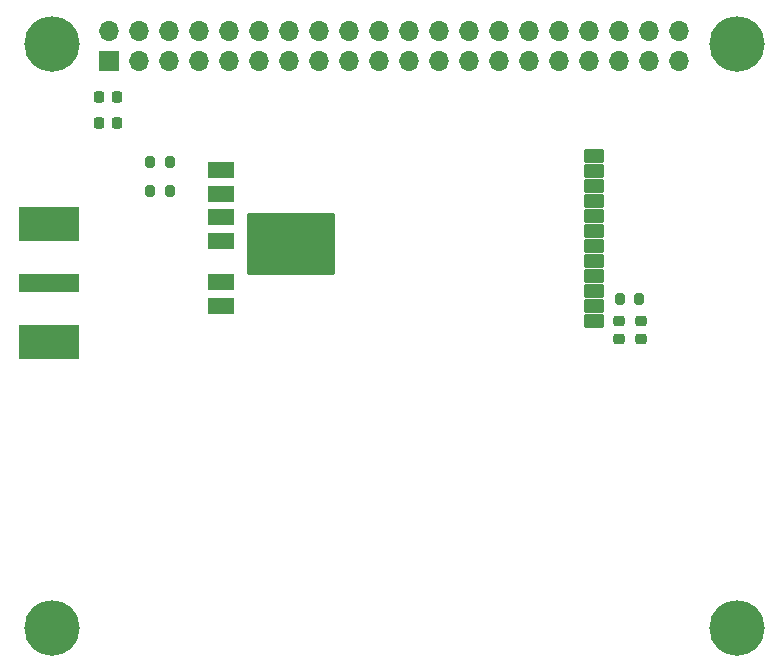
<source format=gts>
%TF.GenerationSoftware,KiCad,Pcbnew,8.0.5*%
%TF.CreationDate,2024-12-07T14:51:24-08:00*%
%TF.ProjectId,Groundstation_2400_Hat,47726f75-6e64-4737-9461-74696f6e5f32,v1.1*%
%TF.SameCoordinates,Original*%
%TF.FileFunction,Soldermask,Top*%
%TF.FilePolarity,Negative*%
%FSLAX46Y46*%
G04 Gerber Fmt 4.6, Leading zero omitted, Abs format (unit mm)*
G04 Created by KiCad (PCBNEW 8.0.5) date 2024-12-07 14:51:24*
%MOMM*%
%LPD*%
G01*
G04 APERTURE LIST*
G04 Aperture macros list*
%AMRoundRect*
0 Rectangle with rounded corners*
0 $1 Rounding radius*
0 $2 $3 $4 $5 $6 $7 $8 $9 X,Y pos of 4 corners*
0 Add a 4 corners polygon primitive as box body*
4,1,4,$2,$3,$4,$5,$6,$7,$8,$9,$2,$3,0*
0 Add four circle primitives for the rounded corners*
1,1,$1+$1,$2,$3*
1,1,$1+$1,$4,$5*
1,1,$1+$1,$6,$7*
1,1,$1+$1,$8,$9*
0 Add four rect primitives between the rounded corners*
20,1,$1+$1,$2,$3,$4,$5,0*
20,1,$1+$1,$4,$5,$6,$7,0*
20,1,$1+$1,$6,$7,$8,$9,0*
20,1,$1+$1,$8,$9,$2,$3,0*%
G04 Aperture macros list end*
%ADD10RoundRect,0.225000X-0.225000X-0.250000X0.225000X-0.250000X0.225000X0.250000X-0.225000X0.250000X0*%
%ADD11RoundRect,0.225000X-0.250000X0.225000X-0.250000X-0.225000X0.250000X-0.225000X0.250000X0.225000X0*%
%ADD12RoundRect,0.200000X-0.200000X-0.275000X0.200000X-0.275000X0.200000X0.275000X-0.200000X0.275000X0*%
%ADD13C,4.700000*%
%ADD14RoundRect,0.063500X0.750000X0.487500X-0.750000X0.487500X-0.750000X-0.487500X0.750000X-0.487500X0*%
%ADD15RoundRect,0.063500X1.000000X0.650000X-1.000000X0.650000X-1.000000X-0.650000X1.000000X-0.650000X0*%
%ADD16RoundRect,0.063500X3.650000X2.550000X-3.650000X2.550000X-3.650000X-2.550000X3.650000X-2.550000X0*%
%ADD17R,5.080000X1.500000*%
%ADD18R,5.040000X3.000000*%
%ADD19R,5.080000X3.000000*%
%ADD20RoundRect,0.200000X0.200000X0.275000X-0.200000X0.275000X-0.200000X-0.275000X0.200000X-0.275000X0*%
%ADD21R,1.700000X1.700000*%
%ADD22O,1.700000X1.700000*%
G04 APERTURE END LIST*
D10*
X107475000Y-110222500D03*
X109025000Y-110222500D03*
D11*
X151540000Y-126965000D03*
X151540000Y-128515000D03*
D12*
X111850000Y-113500000D03*
X113500000Y-113500000D03*
D13*
X103500000Y-103500000D03*
D14*
X149395000Y-126950000D03*
X149395000Y-125680000D03*
X149395000Y-124410000D03*
X149395000Y-123140000D03*
X149395000Y-121870000D03*
X149395000Y-120600000D03*
X149395000Y-119330000D03*
X149395000Y-118060000D03*
X149395000Y-116790000D03*
X149395000Y-115520000D03*
X149395000Y-114250000D03*
X149395000Y-112980000D03*
D15*
X117855000Y-114200000D03*
X117855000Y-116200000D03*
X117855000Y-118200000D03*
X117855000Y-120200000D03*
X117855000Y-123720000D03*
X117855000Y-125720000D03*
D16*
X123755000Y-120450000D03*
D17*
X103250000Y-123750000D03*
D18*
X103270000Y-118750000D03*
D19*
X103250000Y-128750000D03*
D12*
X111850000Y-116010000D03*
X113500000Y-116010000D03*
D13*
X103500000Y-153000000D03*
D20*
X153275000Y-125150000D03*
X151625000Y-125150000D03*
D13*
X161500000Y-153000000D03*
D11*
X153420000Y-126975000D03*
X153420000Y-128525000D03*
D13*
X161500000Y-103500000D03*
D10*
X107475000Y-108000000D03*
X109025000Y-108000000D03*
D21*
X108400000Y-105000000D03*
D22*
X108400000Y-102460000D03*
X110940000Y-105000000D03*
X110940000Y-102460000D03*
X113480000Y-105000000D03*
X113480000Y-102460000D03*
X116020000Y-105000000D03*
X116020000Y-102460000D03*
X118560000Y-105000000D03*
X118560000Y-102460000D03*
X121100000Y-105000000D03*
X121100000Y-102460000D03*
X123640000Y-105000000D03*
X123640000Y-102460000D03*
X126180000Y-105000000D03*
X126180000Y-102460000D03*
X128720000Y-105000000D03*
X128720000Y-102460000D03*
X131260000Y-105000000D03*
X131260000Y-102460000D03*
X133800000Y-105000000D03*
X133800000Y-102460000D03*
X136340000Y-105000000D03*
X136340000Y-102460000D03*
X138880000Y-105000000D03*
X138880000Y-102460000D03*
X141420000Y-105000000D03*
X141420000Y-102460000D03*
X143960000Y-105000000D03*
X143960000Y-102460000D03*
X146500000Y-105000000D03*
X146500000Y-102460000D03*
X149040000Y-105000000D03*
X149040000Y-102460000D03*
X151580000Y-105000000D03*
X151580000Y-102460000D03*
X154120000Y-105000000D03*
X154120000Y-102460000D03*
X156660000Y-105000000D03*
X156660000Y-102460000D03*
M02*

</source>
